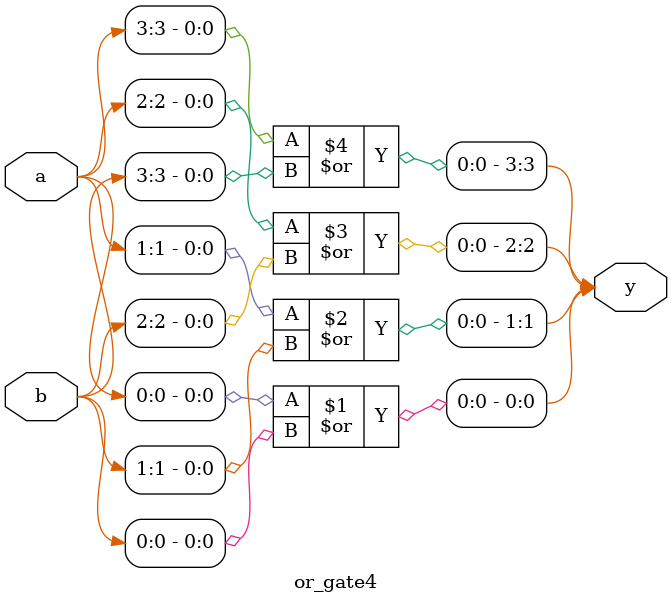
<source format=v>
module or_gate4
(
	input [3:0] a,b,
	output [3:0] y
);

	or o0(y[0], a[0], b[0]);
	or o1(y[1], a[1], b[1]);
	or o2(y[2], a[2], b[2]);
	or o3(y[3], a[3], b[3]);

endmodule

</source>
